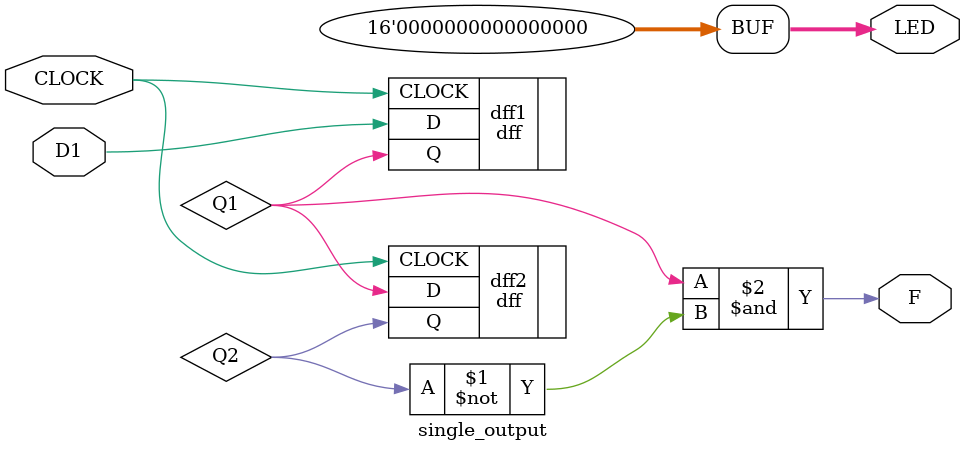
<source format=v>
`timescale 1ns / 1ps


module single_output(
    input CLOCK, D1,
    output reg [15:0] LED = 0,
    output F
    );
    
    wire Q2;
    wire Q1;
    wire freq3_0;
//    wire F;
    parameter counter_type = 1; //choose between adder or shifter, 0 and 1 respectively
    
//    reg [24:0] SET_COUNT1  = 16666667;
    
//    modular_clock three_hz(.CLOCK(CLOCK), .SET_COUNT(SET_COUNT1), .set_freq(freq3_0));
    
    dff dff1(.CLOCK(CLOCK), .D(D1), .Q(Q1));
    dff dff2(.CLOCK(CLOCK), .D(Q1), .Q(Q2));
    
    assign F = Q1 & ~Q2;
    
//    always @ (posedge freq3_0) begin
//    if (F == 1 && counter_type == 0) begin
//        LED <= LED + 1;
//        end
    
//    if (F == 1 && counter_type == 1) begin
//        LED <= LED + 1;
//        end
    
//    end

endmodule

</source>
